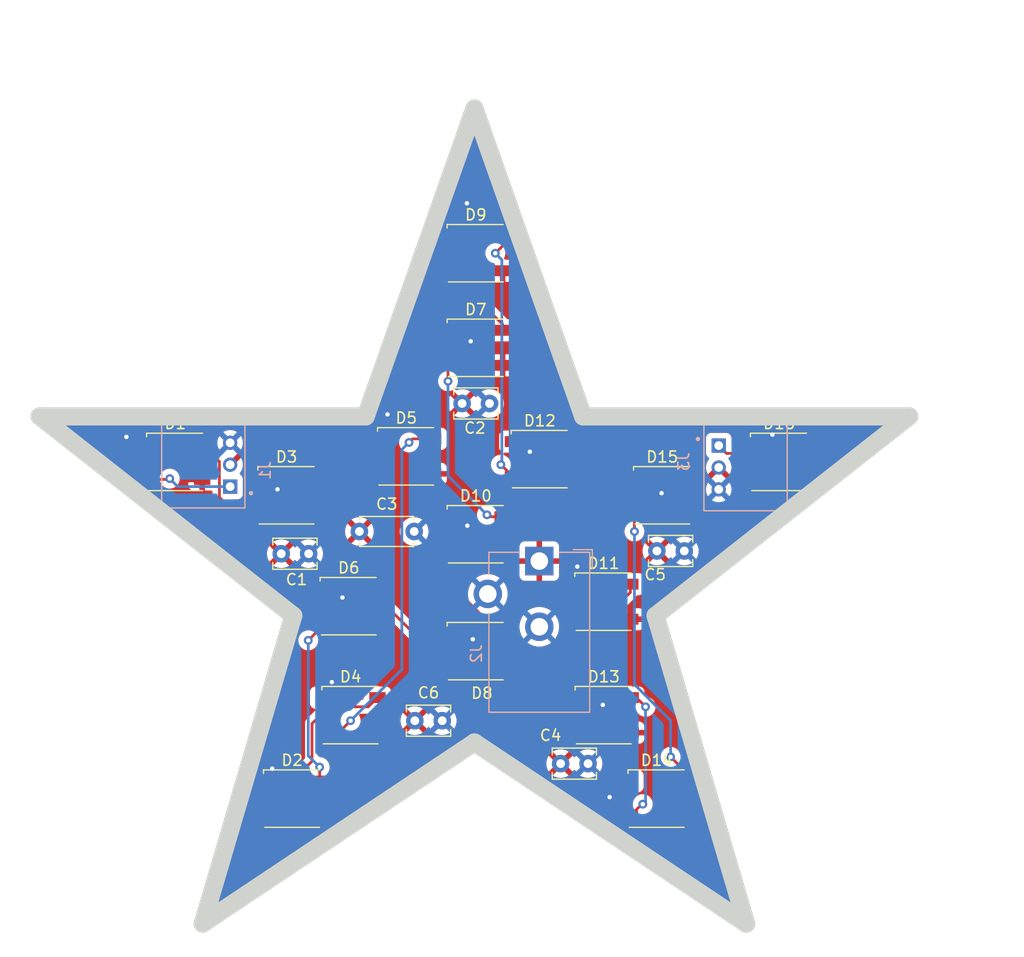
<source format=kicad_pcb>
(kicad_pcb (version 20211014) (generator pcbnew)
  (layers (0 "F.Cu" signal) (31 "B.Cu" signal) (34 "B.Paste" user) (35 "F.Paste" user) (36 "B.SilkS" user "B.Silkscreen") (37 "F.SilkS" user "F.Silkscreen") (38 "B.Mask" user) (39 "F.Mask" user) (44 "Edge.Cuts" user))
  (net 0 "")
  (net 1 "+5V")
  (net 2 "GND")
  (net 3 "Net-(D1-Pad2)")
  (net 4 "Net-(D2-Pad2)")
  (net 5 "Net-(D2-Pad4)")
  (net 6 "Net-(D3-Pad4)")
  (net 7 "Net-(D11-Pad2)")
  (net 8 "Net-(D10-Pad4)")
  (net 9 "Net-(D13-Pad4)")
  (net 10 "Net-(D15-Pad2)")
  (net 11 "Net-(D3-Pad2)")
  (net 12 "Net-(D4-Pad2)")
  (net 13 "Net-(D8-Pad2)")
  (net 14 "Net-(D9-Pad2)")
  (net 15 "Net-(D8-Pad4)")
  (net 16 "Net-(D12-Pad2)")
  (net 17 "Net-(D15-Pad4)")
  (net 18 "Net-(D16-Pad4)")
  (net 19 "Net-(D11-Pad4)")
  (footprint "Capacitor_THT:C_Disc_D3.8mm_W2.6mm_P2.50mm" (layer "F.Cu") (at 103.906 72.898)
    (fp_text reference "C5" (at -0.156 2.162) (layer "F.SilkS"))
    (fp_text value ".1uF")
    (fp_line (start -0.77 -1.42) (end 3.27 -1.42) (layer "F.SilkS") (width 0.12))
    (fp_line (start 3.27 -1.42) (end 3.27 -0.795) (layer "F.SilkS") (width 0.12))
    (fp_line (start -0.77 0.795) (end -0.77 1.42) (layer "F.SilkS") (width 0.12))
    (fp_line (start -0.77 -1.42) (end -0.77 -0.795) (layer "F.SilkS") (width 0.12))
    (fp_line (start -0.77 1.42) (end 3.27 1.42) (layer "F.SilkS") (width 0.12))
    (fp_line (start 3.27 0.795) (end 3.27 1.42) (layer "F.SilkS") (width 0.12))
    (pad "1" thru_hole circle (at 0 0) (size 1.6 1.6) (drill 0.8) (layers *.Cu *.Mask) (net 1 "+5V"))
    (pad "2" thru_hole circle (at 2.5 0) (size 1.6 1.6) (drill 0.8) (layers *.Cu *.Mask) (net 2 "GND"))
  )
  (footprint "LED_SMD:LED_Inolux_IN-PI554FCH_PLCC4_5.0x5.0mm_P3.2mm" (layer "F.Cu") (at 81.026 64.262)
    (fp_text reference "D5" (at 0 -3.5) (layer "F.SilkS"))
    (fp_text value "Inolux_IN-PI554FCH")
    (fp_line (start -2.5 2.62) (end 2.5 2.62) (layer "F.SilkS") (width 0.12))
    (fp_line (start -2.62 -2.3) (end -2.62 -2.62) (layer "F.SilkS") (width 0.12))
    (fp_line (start -2.62 -2.62) (end 2.5 -2.62) (layer "F.SilkS") (width 0.12))
    (pad "1" smd rect (at -2.45 -1.6) (size 1.5 1) (layers "F.Cu" "F.Paste" "F.Mask") (net 2 "GND"))
    (pad "2" smd rect (at -2.45 1.6) (size 1.5 1) (layers "F.Cu" "F.Paste" "F.Mask") (net 6 "Net-(D3-Pad4)"))
    (pad "3" smd rect (at 2.45 1.6) (size 1.5 1) (layers "F.Cu" "F.Paste" "F.Mask") (net 1 "+5V"))
    (pad "4" smd rect (at 2.45 -1.6) (size 1.5 1) (layers "F.Cu" "F.Paste" "F.Mask") (net 12 "Net-(D4-Pad2)"))
  )
  (footprint "LED_SMD:LED_Inolux_IN-PI554FCH_PLCC4_5.0x5.0mm_P3.2mm" (layer "F.Cu") (at 75.78 77.94)
    (fp_text reference "D6" (at 0 -3.5) (layer "F.SilkS"))
    (fp_text value "Inolux_IN-PI554FCH")
    (fp_line (start -2.5 2.62) (end 2.5 2.62) (layer "F.SilkS") (width 0.12))
    (fp_line (start -2.62 -2.3) (end -2.62 -2.62) (layer "F.SilkS") (width 0.12))
    (fp_line (start -2.62 -2.62) (end 2.5 -2.62) (layer "F.SilkS") (width 0.12))
    (pad "1" smd rect (at -2.45 -1.6) (size 1.5 1) (layers "F.Cu" "F.Paste" "F.Mask") (net 2 "GND"))
    (pad "2" smd rect (at -2.45 1.6) (size 1.5 1) (layers "F.Cu" "F.Paste" "F.Mask") (net 5 "Net-(D2-Pad4)"))
    (pad "3" smd rect (at 2.45 1.6) (size 1.5 1) (layers "F.Cu" "F.Paste" "F.Mask") (net 1 "+5V"))
    (pad "4" smd rect (at 2.45 -1.6) (size 1.5 1) (layers "F.Cu" "F.Paste" "F.Mask") (net 13 "Net-(D8-Pad2)"))
  )
  (footprint "LED_SMD:LED_Inolux_IN-PI554FCH_PLCC4_5.0x5.0mm_P3.2mm" (layer "F.Cu") (at 99.06 87.884)
    (fp_text reference "D13" (at 0 -3.5) (layer "F.SilkS"))
    (fp_text value "Inolux_IN-PI554FCH")
    (fp_line (start -2.5 2.62) (end 2.5 2.62) (layer "F.SilkS") (width 0.12))
    (fp_line (start -2.62 -2.3) (end -2.62 -2.62) (layer "F.SilkS") (width 0.12))
    (fp_line (start -2.62 -2.62) (end 2.5 -2.62) (layer "F.SilkS") (width 0.12))
    (pad "1" smd rect (at -2.45 -1.6) (size 1.5 1) (layers "F.Cu" "F.Paste" "F.Mask") (net 2 "GND"))
    (pad "2" smd rect (at -2.45 1.6) (size 1.5 1) (layers "F.Cu" "F.Paste" "F.Mask") (net 19 "Net-(D11-Pad4)"))
    (pad "3" smd rect (at 2.45 1.6) (size 1.5 1) (layers "F.Cu" "F.Paste" "F.Mask") (net 1 "+5V"))
    (pad "4" smd rect (at 2.45 -1.6) (size 1.5 1) (layers "F.Cu" "F.Paste" "F.Mask") (net 9 "Net-(D13-Pad4)"))
  )
  (footprint "Capacitor_THT:C_Disc_D4.7mm_W2.5mm_P5.00mm" (layer "F.Cu") (at 76.748 71.12)
    (fp_text reference "C3" (at 2.5 -2.5) (layer "F.SilkS"))
    (fp_text value "10uF")
    (fp_line (start 4.97 1.055) (end 4.97 1.37) (layer "F.SilkS") (width 0.12))
    (fp_line (start 0.03 1.37) (end 4.97 1.37) (layer "F.SilkS") (width 0.12))
    (fp_line (start 4.97 -1.37) (end 4.97 -1.055) (layer "F.SilkS") (width 0.12))
    (fp_line (start 0.03 1.055) (end 0.03 1.37) (layer "F.SilkS") (width 0.12))
    (fp_line (start 0.03 -1.37) (end 0.03 -1.055) (layer "F.SilkS") (width 0.12))
    (fp_line (start 0.03 -1.37) (end 4.97 -1.37) (layer "F.SilkS") (width 0.12))
    (pad "1" thru_hole circle (at 0 0) (size 1.6 1.6) (drill 0.8) (layers *.Cu *.Mask) (net 1 "+5V"))
    (pad "2" thru_hole circle (at 5 0) (size 1.6 1.6) (drill 0.8) (layers *.Cu *.Mask) (net 2 "GND"))
  )
  (footprint "LED_SMD:LED_Inolux_IN-PI554FCH_PLCC4_5.0x5.0mm_P3.2mm" (layer "F.Cu") (at 59.944 64.77)
    (fp_text reference "D1" (at 0 -3.5) (layer "F.SilkS"))
    (fp_text value "Inolux_IN-PI554FCH")
    (fp_line (start -2.62 -2.3) (end -2.62 -2.62) (layer "F.SilkS") (width 0.12))
    (fp_line (start -2.5 2.62) (end 2.5 2.62) (layer "F.SilkS") (width 0.12))
    (fp_line (start -2.62 -2.62) (end 2.5 -2.62) (layer "F.SilkS") (width 0.12))
    (pad "1" smd rect (at -2.45 -1.6) (size 1.5 1) (layers "F.Cu" "F.Paste" "F.Mask") (net 2 "GND"))
    (pad "2" smd rect (at -2.45 1.6) (size 1.5 1) (layers "F.Cu" "F.Paste" "F.Mask") (net 3 "Net-(D1-Pad2)"))
    (pad "3" smd rect (at 2.45 1.6) (size 1.5 1) (layers "F.Cu" "F.Paste" "F.Mask") (net 1 "+5V"))
    (pad "4" smd rect (at 2.45 -1.6) (size 1.5 1) (layers "F.Cu" "F.Paste" "F.Mask") (net 11 "Net-(D3-Pad2)"))
  )
  (footprint "LED_SMD:LED_Inolux_IN-PI554FCH_PLCC4_5.0x5.0mm_P3.2mm" (layer "F.Cu") (at 93.218 64.516)
    (fp_text reference "D12" (at 0 -3.5) (layer "F.SilkS"))
    (fp_text value "Inolux_IN-PI554FCH")
    (fp_line (start -2.5 2.62) (end 2.5 2.62) (layer "F.SilkS") (width 0.12))
    (fp_line (start -2.62 -2.62) (end 2.5 -2.62) (layer "F.SilkS") (width 0.12))
    (fp_line (start -2.62 -2.3) (end -2.62 -2.62) (layer "F.SilkS") (width 0.12))
    (pad "1" smd rect (at -2.45 -1.6) (size 1.5 1) (layers "F.Cu" "F.Paste" "F.Mask") (net 2 "GND"))
    (pad "2" smd rect (at -2.45 1.6) (size 1.5 1) (layers "F.Cu" "F.Paste" "F.Mask") (net 16 "Net-(D12-Pad2)"))
    (pad "3" smd rect (at 2.45 1.6) (size 1.5 1) (layers "F.Cu" "F.Paste" "F.Mask") (net 1 "+5V"))
    (pad "4" smd rect (at 2.45 -1.6) (size 1.5 1) (layers "F.Cu" "F.Paste" "F.Mask") (net 7 "Net-(D11-Pad2)"))
  )
  (footprint "Capacitor_THT:C_Disc_D3.8mm_W2.6mm_P2.50mm" (layer "F.Cu") (at 95.12 92.31)
    (fp_text reference "C4" (at -0.92 -2.58) (layer "F.SilkS"))
    (fp_text value ".1uF")
    (fp_line (start -0.77 0.795) (end -0.77 1.42) (layer "F.SilkS") (width 0.12))
    (fp_line (start 3.27 -1.42) (end 3.27 -0.795) (layer "F.SilkS") (width 0.12))
    (fp_line (start -0.77 1.42) (end 3.27 1.42) (layer "F.SilkS") (width 0.12))
    (fp_line (start -0.77 -1.42) (end -0.77 -0.795) (layer "F.SilkS") (width 0.12))
    (fp_line (start 3.27 0.795) (end 3.27 1.42) (layer "F.SilkS") (width 0.12))
    (fp_line (start -0.77 -1.42) (end 3.27 -1.42) (layer "F.SilkS") (width 0.12))
    (pad "1" thru_hole circle (at 0 0) (size 1.6 1.6) (drill 0.8) (layers *.Cu *.Mask) (net 1 "+5V"))
    (pad "2" thru_hole circle (at 2.5 0) (size 1.6 1.6) (drill 0.8) (layers *.Cu *.Mask) (net 2 "GND"))
  )
  (footprint "Capacitor_THT:C_Disc_D3.8mm_W2.6mm_P2.50mm" (layer "F.Cu") (at 86.126 59.436)
    (fp_text reference "C2" (at 1.164 2.244) (layer "F.SilkS"))
    (fp_text value ".1uF")
    (fp_line (start 3.27 0.795) (end 3.27 1.42) (layer "F.SilkS") (width 0.12))
    (fp_line (start -0.77 1.42) (end 3.27 1.42) (layer "F.SilkS") (width 0.12))
    (fp_line (start -0.77 0.795) (end -0.77 1.42) (layer "F.SilkS") (width 0.12))
    (fp_line (start -0.77 -1.42) (end 3.27 -1.42) (layer "F.SilkS") (width 0.12))
    (fp_line (start 3.27 -1.42) (end 3.27 -0.795) (layer "F.SilkS") (width 0.12))
    (fp_line (start -0.77 -1.42) (end -0.77 -0.795) (layer "F.SilkS") (width 0.12))
    (pad "1" thru_hole circle (at 0 0) (size 1.6 1.6) (drill 0.8) (layers *.Cu *.Mask) (net 1 "+5V"))
    (pad "2" thru_hole circle (at 2.5 0) (size 1.6 1.6) (drill 0.8) (layers *.Cu *.Mask) (net 2 "GND"))
  )
  (footprint "LED_SMD:LED_Inolux_IN-PI554FCH_PLCC4_5.0x5.0mm_P3.2mm" (layer "F.Cu") (at 87.376 82.042)
    (fp_text reference "D8" (at 0.564 3.838) (layer "F.SilkS"))
    (fp_text value "Inolux_IN-PI554FCH")
    (fp_line (start -2.5 2.62) (end 2.5 2.62) (layer "F.SilkS") (width 0.12))
    (fp_line (start -2.62 -2.62) (end 2.5 -2.62) (layer "F.SilkS") (width 0.12))
    (fp_line (start -2.62 -2.3) (end -2.62 -2.62) (layer "F.SilkS") (width 0.12))
    (pad "1" smd rect (at -2.45 -1.6) (size 1.5 1) (layers "F.Cu" "F.Paste" "F.Mask") (net 2 "GND"))
    (pad "2" smd rect (at -2.45 1.6) (size 1.5 1) (layers "F.Cu" "F.Paste" "F.Mask") (net 13 "Net-(D8-Pad2)"))
    (pad "3" smd rect (at 2.45 1.6) (size 1.5 1) (layers "F.Cu" "F.Paste" "F.Mask") (net 1 "+5V"))
    (pad "4" smd rect (at 2.45 -1.6) (size 1.5 1) (layers "F.Cu" "F.Paste" "F.Mask") (net 15 "Net-(D8-Pad4)"))
  )
  (footprint "LED_SMD:LED_Inolux_IN-PI554FCH_PLCC4_5.0x5.0mm_P3.2mm" (layer "F.Cu") (at 87.376 45.72)
    (fp_text reference "D9" (at 0 -3.5) (layer "F.SilkS"))
    (fp_text value "Inolux_IN-PI554FCH")
    (fp_line (start -2.62 -2.62) (end 2.5 -2.62) (layer "F.SilkS") (width 0.12))
    (fp_line (start -2.62 -2.3) (end -2.62 -2.62) (layer "F.SilkS") (width 0.12))
    (fp_line (start -2.5 2.62) (end 2.5 2.62) (layer "F.SilkS") (width 0.12))
    (pad "1" smd rect (at -2.45 -1.6) (size 1.5 1) (layers "F.Cu" "F.Paste" "F.Mask") (net 2 "GND"))
    (pad "2" smd rect (at -2.45 1.6) (size 1.5 1) (layers "F.Cu" "F.Paste" "F.Mask") (net 14 "Net-(D9-Pad2)"))
    (pad "3" smd rect (at 2.45 1.6) (size 1.5 1) (layers "F.Cu" "F.Paste" "F.Mask") (net 1 "+5V"))
    (pad "4" smd rect (at 2.45 -1.6) (size 1.5 1) (layers "F.Cu" "F.Paste" "F.Mask") (net 16 "Net-(D12-Pad2)"))
  )
  (footprint "LED_SMD:LED_Inolux_IN-PI554FCH_PLCC4_5.0x5.0mm_P3.2mm" (layer "F.Cu") (at 70.104 67.818)
    (fp_text reference "D3" (at 0 -3.5) (layer "F.SilkS"))
    (fp_text value "Inolux_IN-PI554FCH")
    (fp_line (start -2.5 2.62) (end 2.5 2.62) (layer "F.SilkS") (width 0.12))
    (fp_line (start -2.62 -2.3) (end -2.62 -2.62) (layer "F.SilkS") (width 0.12))
    (fp_line (start -2.62 -2.62) (end 2.5 -2.62) (layer "F.SilkS") (width 0.12))
    (pad "1" smd rect (at -2.45 -1.6) (size 1.5 1) (layers "F.Cu" "F.Paste" "F.Mask") (net 2 "GND"))
    (pad "2" smd rect (at -2.45 1.6) (size 1.5 1) (layers "F.Cu" "F.Paste" "F.Mask") (net 11 "Net-(D3-Pad2)"))
    (pad "3" smd rect (at 2.45 1.6) (size 1.5 1) (layers "F.Cu" "F.Paste" "F.Mask") (net 1 "+5V"))
    (pad "4" smd rect (at 2.45 -1.6) (size 1.5 1) (layers "F.Cu" "F.Paste" "F.Mask") (net 6 "Net-(D3-Pad4)"))
  )
  (footprint "Capacitor_THT:C_Disc_D3.8mm_W2.6mm_P2.50mm" (layer "F.Cu") (at 69.616 73.152)
    (fp_text reference "C1" (at 1.394 2.358) (layer "F.SilkS"))
    (fp_text value ".1uF")
    (fp_line (start 3.27 0.795) (end 3.27 1.42) (layer "F.SilkS") (width 0.12))
    (fp_line (start -0.77 -1.42) (end 3.27 -1.42) (layer "F.SilkS") (width 0.12))
    (fp_line (start -0.77 1.42) (end 3.27 1.42) (layer "F.SilkS") (width 0.12))
    (fp_line (start -0.77 0.795) (end -0.77 1.42) (layer "F.SilkS") (width 0.12))
    (fp_line (start -0.77 -1.42) (end -0.77 -0.795) (layer "F.SilkS") (width 0.12))
    (fp_line (start 3.27 -1.42) (end 3.27 -0.795) (layer "F.SilkS") (width 0.12))
    (pad "1" thru_hole circle (at 0 0) (size 1.6 1.6) (drill 0.8) (layers *.Cu *.Mask) (net 1 "+5V"))
    (pad "2" thru_hole circle (at 2.5 0) (size 1.6 1.6) (drill 0.8) (layers *.Cu *.Mask) (net 2 "GND"))
  )
  (footprint "LED_SMD:LED_Inolux_IN-PI554FCH_PLCC4_5.0x5.0mm_P3.2mm" (layer "F.Cu") (at 75.946 87.884)
    (fp_text reference "D4" (at 0 -3.5) (layer "F.SilkS"))
    (fp_text value "Inolux_IN-PI554FCH")
    (fp_line (start -2.5 2.62) (end 2.5 2.62) (layer "F.SilkS") (width 0.12))
    (fp_line (start -2.62 -2.3) (end -2.62 -2.62) (layer "F.SilkS") (width 0.12))
    (fp_line (start -2.62 -2.62) (end 2.5 -2.62) (layer "F.SilkS") (width 0.12))
    (pad "1" smd rect (at -2.45 -1.6) (size 1.5 1) (layers "F.Cu" "F.Paste" "F.Mask") (net 2 "GND"))
    (pad "2" smd rect (at -2.45 1.6) (size 1.5 1) (layers "F.Cu" "F.Paste" "F.Mask") (net 12 "Net-(D4-Pad2)"))
    (pad "3" smd rect (at 2.45 1.6) (size 1.5 1) (layers "F.Cu" "F.Paste" "F.Mask") (net 1 "+5V"))
    (pad "4" smd rect (at 2.45 -1.6) (size 1.5 1) (layers "F.Cu" "F.Paste" "F.Mask") (net 4 "Net-(D2-Pad2)"))
  )
  (footprint "LED_SMD:LED_Inolux_IN-PI554FCH_PLCC4_5.0x5.0mm_P3.2mm" (layer "F.Cu") (at 115.062 64.77)
    (fp_text reference "D16" (at 0 -3.5) (layer "F.SilkS"))
    (fp_text value "Inolux_IN-PI554FCH")
    (fp_line (start -2.62 -2.62) (end 2.5 -2.62) (layer "F.SilkS") (width 0.12))
    (fp_line (start -2.5 2.62) (end 2.5 2.62) (layer "F.SilkS") (width 0.12))
    (fp_line (start -2.62 -2.3) (end -2.62 -2.62) (layer "F.SilkS") (width 0.12))
    (pad "1" smd rect (at -2.45 -1.6) (size 1.5 1) (layers "F.Cu" "F.Paste" "F.Mask") (net 2 "GND"))
    (pad "2" smd rect (at -2.45 1.6) (size 1.5 1) (layers "F.Cu" "F.Paste" "F.Mask") (net 17 "Net-(D15-Pad4)"))
    (pad "3" smd rect (at 2.45 1.6) (size 1.5 1) (layers "F.Cu" "F.Paste" "F.Mask") (net 1 "+5V"))
    (pad "4" smd rect (at 2.45 -1.6) (size 1.5 1) (layers "F.Cu" "F.Paste" "F.Mask") (net 18 "Net-(D16-Pad4)"))
  )
  (footprint "LED_SMD:LED_Inolux_IN-PI554FCH_PLCC4_5.0x5.0mm_P3.2mm" (layer "F.Cu") (at 70.612 95.504)
    (fp_text reference "D2" (at 0 -3.5) (layer "F.SilkS"))
    (fp_text value "Inolux_IN-PI554FCH")
    (fp_line (start -2.62 -2.3) (end -2.62 -2.62) (layer "F.SilkS") (width 0.12))
    (fp_line (start -2.5 2.62) (end 2.5 2.62) (layer "F.SilkS") (width 0.12))
    (fp_line (start -2.62 -2.62) (end 2.5 -2.62) (layer "F.SilkS") (width 0.12))
    (pad "1" smd rect (at -2.45 -1.6) (size 1.5 1) (layers "F.Cu" "F.Paste" "F.Mask") (net 2 "GND"))
    (pad "2" smd rect (at -2.45 1.6) (size 1.5 1) (layers "F.Cu" "F.Paste" "F.Mask") (net 4 "Net-(D2-Pad2)"))
    (pad "3" smd rect (at 2.45 1.6) (size 1.5 1) (layers "F.Cu" "F.Paste" "F.Mask") (net 1 "+5V"))
    (pad "4" smd rect (at 2.45 -1.6) (size 1.5 1) (layers "F.Cu" "F.Paste" "F.Mask") (net 5 "Net-(D2-Pad4)"))
  )
  (footprint "LED_SMD:LED_Inolux_IN-PI554FCH_PLCC4_5.0x5.0mm_P3.2mm" (layer "F.Cu") (at 99.03 77.53)
    (fp_text reference "D11" (at 0 -3.5) (layer "F.SilkS"))
    (fp_text value "Inolux_IN-PI554FCH")
    (fp_line (start -2.62 -2.3) (end -2.62 -2.62) (layer "F.SilkS") (width 0.12))
    (fp_line (start -2.5 2.62) (end 2.5 2.62) (layer "F.SilkS") (width 0.12))
    (fp_line (start -2.62 -2.62) (end 2.5 -2.62) (layer "F.SilkS") (width 0.12))
    (pad "1" smd rect (at -2.45 -1.6) (size 1.5 1) (layers "F.Cu" "F.Paste" "F.Mask") (net 2 "GND"))
    (pad "2" smd rect (at -2.45 1.6) (size 1.5 1) (layers "F.Cu" "F.Paste" "F.Mask") (net 7 "Net-(D11-Pad2)"))
    (pad "3" smd rect (at 2.45 1.6) (size 1.5 1) (layers "F.Cu" "F.Paste" "F.Mask") (net 1 "+5V"))
    (pad "4" smd rect (at 2.45 -1.6) (size 1.5 1) (layers "F.Cu" "F.Paste" "F.Mask") (net 19 "Net-(D11-Pad4)"))
  )
  (footprint "Capacitor_THT:C_Disc_D3.8mm_W2.6mm_P2.50mm" (layer "F.Cu") (at 81.808 88.392)
    (fp_text reference "C6" (at 1.25 -2.55) (layer "F.SilkS"))
    (fp_text value ".1uF")
    (fp_line (start -0.77 -1.42) (end -0.77 -0.795) (layer "F.SilkS") (width 0.12))
    (fp_line (start -0.77 -1.42) (end 3.27 -1.42) (layer "F.SilkS") (width 0.12))
    (fp_line (start 3.27 0.795) (end 3.27 1.42) (layer "F.SilkS") (width 0.12))
    (fp_line (start 3.27 -1.42) (end 3.27 -0.795) (layer "F.SilkS") (width 0.12))
    (fp_line (start -0.77 1.42) (end 3.27 1.42) (layer "F.SilkS") (width 0.12))
    (fp_line (start -0.77 0.795) (end -0.77 1.42) (layer "F.SilkS") (width 0.12))
    (pad "1" thru_hole circle (at 0 0) (size 1.6 1.6) (drill 0.8) (layers *.Cu *.Mask) (net 1 "+5V"))
    (pad "2" thru_hole circle (at 2.5 0) (size 1.6 1.6) (drill 0.8) (layers *.Cu *.Mask) (net 2 "GND"))
  )
  (footprint "LED_SMD:LED_Inolux_IN-PI554FCH_PLCC4_5.0x5.0mm_P3.2mm" (layer "F.Cu") (at 87.376 71.374)
    (fp_text reference "D10" (at 0 -3.5) (layer "F.SilkS"))
    (fp_text value "Inolux_IN-PI554FCH")
    (fp_line (start -2.62 -2.3) (end -2.62 -2.62) (layer "F.SilkS") (width 0.12))
    (fp_line (start -2.62 -2.62) (end 2.5 -2.62) (layer "F.SilkS") (width 0.12))
    (fp_line (start -2.5 2.62) (end 2.5 2.62) (layer "F.SilkS") (width 0.12))
    (pad "1" smd rect (at -2.45 -1.6) (size 1.5 1) (layers "F.Cu" "F.Paste" "F.Mask") (net 2 "GND"))
    (pad "2" smd rect (at -2.45 1.6) (size 1.5 1) (layers "F.Cu" "F.Paste" "F.Mask") (net 15 "Net-(D8-Pad4)"))
    (pad "3" smd rect (at 2.45 1.6) (size 1.5 1) (layers "F.Cu" "F.Paste" "F.Mask") (net 1 "+5V"))
    (pad "4" smd rect (at 2.45 -1.6) (size 1.5 1) (layers "F.Cu" "F.Paste" "F.Mask") (net 8 "Net-(D10-Pad4)"))
  )
  (footprint "LED_SMD:LED_Inolux_IN-PI554FCH_PLCC4_5.0x5.0mm_P3.2mm" (layer "F.Cu") (at 87.376 54.356)
    (fp_text reference "D7" (at 0 -3.5) (layer "F.SilkS"))
    (fp_text value "Inolux_IN-PI554FCH")
    (fp_line (start -2.5 2.62) (end 2.5 2.62) (layer "F.SilkS") (width 0.12))
    (fp_line (start -2.62 -2.62) (end 2.5 -2.62) (layer "F.SilkS") (width 0.12))
    (fp_line (start -2.62 -2.3) (end -2.62 -2.62) (layer "F.SilkS") (width 0.12))
    (pad "1" smd rect (at -2.45 -1.6) (size 1.5 1) (layers "F.Cu" "F.Paste" "F.Mask") (net 2 "GND"))
    (pad "2" smd rect (at -2.45 1.6) (size 1.5 1) (layers "F.Cu" "F.Paste" "F.Mask") (net 8 "Net-(D10-Pad4)"))
    (pad "3" smd rect (at 2.45 1.6) (size 1.5 1) (layers "F.Cu" "F.Paste" "F.Mask") (net 1 "+5V"))
    (pad "4" smd rect (at 2.45 -1.6) (size 1.5 1) (layers "F.Cu" "F.Paste" "F.Mask") (net 14 "Net-(D9-Pad2)"))
  )
  (footprint "LED_SMD:LED_Inolux_IN-PI554FCH_PLCC4_5.0x5.0mm_P3.2mm" (layer "F.Cu") (at 103.886 95.504)
    (fp_text reference "D14" (at 0 -3.5) (layer "F.SilkS"))
    (fp_text value "Inolux_IN-PI554FCH")
    (fp_line (start -2.62 -2.62) (end 2.5 -2.62) (layer "F.SilkS") (width 0.12))
    (fp_line (start -2.5 2.62) (end 2.5 2.62) (layer "F.SilkS") (width 0.12))
    (fp_line (start -2.62 -2.3) (end -2.62 -2.62) (layer "F.SilkS") (width 0.12))
    (pad "1" smd rect (at -2.45 -1.6) (size 1.5 1) (layers "F.Cu" "F.Paste" "F.Mask") (net 2 "GND"))
    (pad "2" smd rect (at -2.45 1.6) (size 1.5 1) (layers "F.Cu" "F.Paste" "F.Mask") (net 9 "Net-(D13-Pad4)"))
    (pad "3" smd rect (at 2.45 1.6) (size 1.5 1) (layers "F.Cu" "F.Paste" "F.Mask") (net 1 "+5V"))
    (pad "4" smd rect (at 2.45 -1.6) (size 1.5 1) (layers "F.Cu" "F.Paste" "F.Mask") (net 10 "Net-(D15-Pad2)"))
  )
  (footprint "LED_SMD:LED_Inolux_IN-PI554FCH_PLCC4_5.0x5.0mm_P3.2mm" (layer "F.Cu") (at 104.394 67.818)
    (fp_text reference "D15" (at 0 -3.5) (layer "F.SilkS"))
    (fp_text value "Inolux_IN-PI554FCH")
    (fp_line (start -2.62 -2.3) (end -2.62 -2.62) (layer "F.SilkS") (width 0.12))
    (fp_line (start -2.5 2.62) (end 2.5 2.62) (layer "F.SilkS") (width 0.12))
    (fp_line (start -2.62 -2.62) (end 2.5 -2.62) (layer "F.SilkS") (width 0.12))
    (pad "1" smd rect (at -2.45 -1.6) (size 1.5 1) (layers "F.Cu" "F.Paste" "F.Mask") (net 2 "GND"))
    (pad "2" smd rect (at -2.45 1.6) (size 1.5 1) (layers "F.Cu" "F.Paste" "F.Mask") (net 10 "Net-(D15-Pad2)"))
    (pad "3" smd rect (at 2.45 1.6) (size 1.5 1) (layers "F.Cu" "F.Paste" "F.Mask") (net 1 "+5V"))
    (pad "4" smd rect (at 2.45 -1.6) (size 1.5 1) (layers "F.Cu" "F.Paste" "F.Mask") (net 17 "Net-(D15-Pad4)"))
  )
  (footprint "Connector_BarrelJack:BarrelJack_CUI_PJ-102AH_Horizontal" (layer "B.Cu") (at 93.17 73.82 180)
    (fp_text reference "J2" (at 5.75 -8.45 90) (layer "B.SilkS") (effects (justify mirror)))
    (fp_text value "Barrel_Jack_Switch")
    (fp_line (start -4.6 -13.8) (end -4.6 0.8) (layer "B.SilkS") (width 0.12))
    (fp_line (start 4.6 0.8) (end 4.6 -1.2) (layer "B.SilkS") (width 0.12))
    (fp_line (start 4.6 -4.8) (end 4.6 -13.8) (layer "B.SilkS") (width 0.12))
    (fp_line (start -4.6 0.8) (end -1.8 0.8) (layer "B.SilkS") (width 0.12))
    (fp_line (start -4.84 1.04) (end -3.1 1.04) (layer "B.SilkS") (width 0.12))
    (fp_line (start -4.84 -0.7) (end -4.84 1.04) (layer "B.SilkS") (width 0.12))
    (fp_line (start 1.8 0.8) (end 4.6 0.8) (layer "B.SilkS") (width 0.12))
    (fp_line (start 4.6 -13.8) (end -4.6 -13.8) (layer "B.SilkS") (width 0.12))
    (pad "1" thru_hole rect (at 0 0 180) (size 2.6 2.6) (drill 1.6) (layers *.Cu *.Mask) (net 1 "+5V"))
    (pad "2" thru_hole circle (at 0 -6 180) (size 2.6 2.6) (drill 1.6) (layers *.Cu *.Mask) (net 2 "GND"))
    (pad "3" thru_hole circle (at 4.7 -3 180) (size 2.6 2.6) (drill 1.6) (layers *.Cu *.Mask) (net 2 "GND"))
  )
  (footprint "User Footprints:JST_S3B-PH-K-S(LF)(SN)" (layer "B.Cu") (at 64.9505 67.024 90)
    (fp_text reference "J1" (at 1.474225 3.188995 90) (layer "B.SilkS") (effects (font (size 1.000339 1.000339)) (justify mirror)))
    (fp_text value "S3B-PH-K-S(LF)(SN)")
    (fp_line (start -1.95 -6.25) (end 5.95 -6.25) (layer "B.SilkS") (width 0.127))
    (fp_line (start -1.95 1.35) (end -1.95 -6.25) (layer "B.SilkS") (width 0.127))
    (fp_line (start 5.95 -6.25) (end 5.95 1.35) (layer "B.SilkS") (width 0.127))
    (fp_line (start 5.95 1.35) (end -1.95 1.35) (layer "B.SilkS") (width 0.127))
    (fp_circle (center -0.6 1.9) (end -0.5 1.9) (layer "B.SilkS") (width 0.2) (fill none))
    (pad "1" thru_hole rect locked (at 0 0 90) (size 1.308 1.308) (drill 0.8) (layers *.Cu *.Mask) (net 3 "Net-(D1-Pad2)"))
    (pad "2" thru_hole circle locked (at 2 0 90) (size 1.308 1.308) (drill 0.8) (layers *.Cu *.Mask) (net 1 "+5V"))
    (pad "3" thru_hole circle locked (at 4 0 90) (size 1.308 1.308) (drill 0.8) (layers *.Cu *.Mask) (net 2 "GND"))
  )
  (footprint "User Footprints:JST_S3B-PH-K-S(LF)(SN)" (layer "B.Cu") (at 109.5475 63.278 -90)
    (fp_text reference "J3" (at 1.474225 3.188995 90) (layer "B.SilkS") (effects (font (size 1.000339 1.000339)) (justify mirror)))
    (fp_text value "S3B-PH-K-S(LF)(SN)")
    (fp_line (start -1.95 -6.25) (end 5.95 -6.25) (layer "B.SilkS") (width 0.127))
    (fp_line (start 5.95 1.35) (end -1.95 1.35) (layer "B.SilkS") (width 0.127))
    (fp_line (start -1.95 1.35) (end -1.95 -6.25) (layer "B.SilkS") (width 0.127))
    (fp_line (start 5.95 -6.25) (end 5.95 1.35) (layer "B.SilkS") (width 0.127))
    (fp_circle (center -0.6 1.9) (end -0.5 1.9) (layer "B.SilkS") (width 0.2) (fill none))
    (pad "1" thru_hole rect locked (at 0 0 270) (size 1.308 1.308) (drill 0.8) (layers *.Cu *.Mask) (net 18 "Net-(D16-Pad4)"))
    (pad "2" thru_hole circle locked (at 2 0 270) (size 1.308 1.308) (drill 0.8) (layers *.Cu *.Mask) (net 1 "+5V"))
    (pad "3" thru_hole circle locked (at 4 0 270) (size 1.308 1.308) (drill 0.8) (layers *.Cu *.Mask) (net 2 "GND"))
  )
  (gr_line (start 126.937499 60.61495) (end 126.937499 60.61495) (layer "Edge.Cuts") (width 1.653645))
  (gr_line (start 62.445314 106.91703) (end 62.445314 106.91703) (layer "Edge.Cuts") (width 1.653645))
  (gr_line (start 112.054686 106.91703) (end 87.249999 90.380575) (layer "Edge.Cuts") (width 1.653645))
  (gr_line (start 47.562502 60.61495) (end 47.562502 60.61495) (layer "Edge.Cuts") (width 1.653645))
  (gr_line (start 87.249999 90.380575) (end 62.445314 106.91703) (layer "Edge.Cuts") (width 1.653645))
  (gr_line (start 77.328126 60.61495) (end 87.249999 32.502971) (layer "Edge.Cuts") (width 1.653645))
  (gr_line (start 87.249999 90.380575) (end 87.249999 90.380575) (layer "Edge.Cuts") (width 1.653645))
  (gr_line (start 62.445314 106.91703) (end 70.713544 78.805053) (layer "Edge.Cuts") (width 1.653645))
  (gr_line (start 70.713544 78.805053) (end 47.562502 60.61495) (layer "Edge.Cuts") (width 1.653645))
  (gr_line (start 112.054686 106.91703) (end 112.054686 106.91703) (layer "Edge.Cuts") (width 1.653645))
  (gr_line (start 97.171874 60.61495) (end 97.171874 60.61495) (layer "Edge.Cuts") (width 1.653645))
  (gr_line (start 47.562502 60.61495) (end 77.328126 60.61495) (layer "Edge.Cuts") (width 1.653645))
  (gr_line (start 103.786459 78.805053) (end 103.786459 78.805053) (layer "Edge.Cuts") (width 1.653645))
  (gr_line (start 103.786459 78.805053) (end 112.054686 106.91703) (layer "Edge.Cuts") (width 1.653645))
  (gr_line (start 87.249999 32.502971) (end 97.171874 60.61495) (layer "Edge.Cuts") (width 1.653645))
  (gr_line (start 70.713544 78.805053) (end 70.713544 78.805053) (layer "Edge.Cuts") (width 1.653645))
  (gr_line (start 126.937499 60.61495) (end 103.786459 78.805053) (layer "Edge.Cuts") (width 1.653645))
  (gr_line (start 97.171874 60.61495) (end 126.937499 60.61495) (layer "Edge.Cuts") (width 1.653645))
  (gr_line (start 77.328126 60.61495) (end 77.328126 60.61495) (layer "Edge.Cuts") (width 1.653645))
  (segment (start 73.33 76.34) (end 74.39 76.34) (width 0.25) (layer "F.Cu") (net 2))
  (segment (start 91.386 62.916) (end 92.31 63.84) (width 0.25) (layer "F.Cu") (net 2))
  (segment (start 68.162 93.904) (end 68.162 93.398) (width 0.25) (layer "F.Cu") (net 2))
  (segment (start 86.582 80.442) (end 87.1 80.96) (width 0.25) (layer "F.Cu") (net 2))
  (segment (start 101.944 66.218) (end 102.928 66.218) (width 0.25) (layer "F.Cu") (net 2))
  (segment (start 67.654 66.218) (end 68.218 66.218) (width 0.25) (layer "F.Cu") (net 2))
  (segment (start 102.928 66.218) (end 104.33 67.62) (width 0.25) (layer "F.Cu") (net 2))
  (segment (start 73.496 86.284) (end 73.496 85.604) (width 0.25) (layer "F.Cu") (net 2))
  (segment (start 84.926 52.756) (end 85.906 52.756) (width 0.25) (layer "F.Cu") (net 2))
  (segment (start 85.906 52.756) (end 86.91 53.76) (width 0.25) (layer "F.Cu") (net 2))
  (segment (start 101.056 93.904) (end 99.59 95.37) (width 0.25) (layer "F.Cu") (net 2))
  (segment (start 68.218 66.218) (end 69.27 67.27) (width 0.25) (layer "F.Cu") (net 2))
  (segment (start 85.784 69.774) (end 86.6 70.59) (width 0.25) (layer "F.Cu") (net 2))
  (segment (start 74.39 76.34) (end 75.2 77.15) (width 0.25) (layer "F.Cu") (net 2))
  (segment (start 101.436 93.904) (end 101.056 93.904) (width 0.25) (layer "F.Cu") (net 2))
  (segment (start 73.496 85.604) (end 74.23 84.87) (width 0.25) (layer "F.Cu") (net 2))
  (segment (start 96.61 86.284) (end 98.304 86.284) (width 0.25) (layer "F.Cu") (net 2))
  (segment (start 98.304 86.284) (end 98.97 86.95) (width 0.25) (layer "F.Cu") (net 2))
  (segment (start 113.56 63.17) (end 114.45 62.28) (width 0.25) (layer "F.Cu") (net 2))
  (segment (start 78.576 62.662) (end 78.576 61.164) (width 0.25) (layer "F.Cu") (net 2))
  (segment (start 96.58 75.93) (end 96.58 74.39) (width 0.25) (layer "F.Cu") (net 2))
  (segment (start 84.926 44.12) (end 84.926 42.794) (width 0.25) (layer "F.Cu") (net 2))
  (segment (start 112.612 63.17) (end 113.56 63.17) (width 0.25) (layer "F.Cu") (net 2))
  (segment (start 68.162 93.398) (end 68.79 92.77) (width 0.25) (layer "F.Cu") (net 2))
  (segment (start 78.576 61.164) (end 79.31 60.43) (width 0.25) (layer "F.Cu") (net 2))
  (segment (start 57.494 63.17) (end 56.16 63.17) (width 0.25) (layer "F.Cu") (net 2))
  (segment (start 84.926 42.794) (end 86.56 41.16) (width 0.25) (layer "F.Cu") (net 2))
  (segment (start 90.768 62.916) (end 91.386 62.916) (width 0.25) (layer "F.Cu") (net 2))
  (segment (start 84.926 80.442) (end 86.582 80.442) (width 0.25) (layer "F.Cu") (net 2))
  (segment (start 84.926 69.774) (end 85.784 69.774) (width 0.25) (layer "F.Cu") (net 2))
  (segment (start 96.58 74.39) (end 96.64 74.33) (width 0.25) (layer "F.Cu") (net 2))
  (segment (start 56.16 63.17) (end 55.48 62.49) (width 0.25) (layer "F.Cu") (net 2))
  (via (at 75.2 77.15) (size 0.8) (drill 0.4) (layers "F.Cu" "B.Cu") (net 2))
  (via (at 69.27 67.27) (size 0.8) (drill 0.4) (layers "F.Cu" "B.Cu") (net 2))
  (via (at 86.56 41.16) (size 0.8) (drill 0.4) (layers "F.Cu" "B.Cu") (net 2))
  (via (at 68.79 92.77) (size 0.8) (drill 0.4) (layers "F.Cu" "B.Cu") (net 2))
  (via (at 74.23 84.87) (size 0.8) (drill 0.4) (layers "F.Cu" "B.Cu") (net 2))
  (via (at 92.31 63.84) (size 0.8) (drill 0.4) (layers "F.Cu" "B.Cu") (net 2))
  (via (at 114.45 62.28) (size 0.8) (drill 0.4) (layers "F.Cu" "B.Cu") (net 2))
  (via (at 79.31 60.43) (size 0.8) (drill 0.4) (layers "F.Cu" "B.Cu") (net 2))
  (via (at 87.1 80.96) (size 0.8) (drill 0.4) (layers "F.Cu" "B.Cu") (net 2))
  (via (at 99.59 95.37) (size 0.8) (drill 0.4) (layers "F.Cu" "B.Cu") (net 2))
  (via (at 55.48 62.49) (size 0.8) (drill 0.4) (layers "F.Cu" "B.Cu") (net 2))
  (via (at 96.64 74.33) (size 0.8) (drill 0.4) (layers "F.Cu" "B.Cu") (net 2))
  (via (at 86.91 53.76) (size 0.8) (drill 0.4) (layers "F.Cu" "B.Cu") (net 2))
  (via (at 98.97 86.95) (size 0.8) (drill 0.4) (layers "F.Cu" "B.Cu") (net 2))
  (via (at 86.6 70.59) (size 0.8) (drill 0.4) (layers "F.Cu" "B.Cu") (net 2))
  (via (at 104.33 67.62) (size 0.8) (drill 0.4) (layers "F.Cu" "B.Cu") (net 2))
  (segment (start 57.494 66.37) (end 59.36 66.37) (width 0.25) (layer "F.Cu") (net 3))
  (segment (start 59.36 66.37) (end 59.436 66.294) (width 0.25) (layer "F.Cu") (net 3))
  (via (at 59.436 66.294) (size 0.8) (drill 0.4) (layers "F.Cu" "B.Cu") (net 3))
  (segment (start 59.436 66.294) (end 60.166 67.024) (width 0.25) (layer "B.Cu") (net 3))
  (segment (start 60.166 67.024) (end 64.9505 67.024) (width 0.25) (layer "B.Cu") (net 3))
  (segment (start 73.958 87.122) (end 77.558 87.122) (width 0.25) (layer "F.Cu") (net 4))
  (segment (start 68.162 96.354) (end 72.421 92.095) (width 0.25) (layer "F.Cu") (net 4))
  (segment (start 72.421 88.659) (end 73.958 87.122) (width 0.25) (layer "F.Cu") (net 4))
  (segment (start 68.162 97.104) (end 68.162 96.354) (width 0.25) (layer "F.Cu") (net 4))
  (segment (start 77.558 87.122) (end 78.396 86.284) (width 0.25) (layer "F.Cu") (net 4))
  (segment (start 72.421 92.095) (end 72.421 88.659) (width 0.25) (layer "F.Cu") (net 4))
  (segment (start 73.33 79.54) (end 73.33 79.81) (width 0.25) (layer "F.Cu") (net 5))
  (segment (start 73.12 92.63) (end 73.12 93.846) (width 0.25) (layer "F.Cu") (net 5))
  (segment (start 73.12 93.846) (end 73.062 93.904) (width 0.25) (layer "F.Cu") (net 5))
  (segment (start 73.33 79.81) (end 72.08 81.06) (width 0.25) (layer "F.Cu") (net 5))
  (via (at 72.08 81.06) (size 0.8) (drill 0.4) (layers "F.Cu" "B.Cu") (net 5))
  (via (at 73.12 92.63) (size 0.8) (drill 0.4) (layers "F.Cu" "B.Cu") (net 5))
  (segment (start 72.08 81.06) (end 72.08 91.59) (width 0.25) (layer "B.Cu") (net 5))
  (segment (start 72.08 91.59) (end 73.12 92.63) (width 0.25) (layer "B.Cu") (net 5))
  (segment (start 72.554 66.218) (end 78.22 66.218) (width 0.25) (layer "F.Cu") (net 6))
  (segment (start 78.22 66.218) (end 78.576 65.862) (width 0.25) (layer "F.Cu") (net 6))
  (segment (start 96.58 77.83) (end 97.655 76.755) (width 0.25) (layer "F.Cu") (net 7))
  (segment (start 97.655 76.755) (end 97.655 64.903) (width 0.25) (layer "F.Cu") (net 7))
  (segment (start 97.655 64.903) (end 95.668 62.916) (width 0.25) (layer "F.Cu") (net 7))
  (segment (start 96.58 79.13) (end 96.58 77.83) (width 0.25) (layer "F.Cu") (net 7))
  (segment (start 84.836 56.046) (end 84.926 55.956) (width 0.25) (layer "F.Cu") (net 8))
  (segment (start 89.826 69.774) (end 88.57 69.774) (width 0.25) (layer "F.Cu") (net 8))
  (segment (start 84.836 57.404) (end 84.836 56.046) (width 0.25) (layer "F.Cu") (net 8))
  (segment (start 88.57 69.774) (end 88.392 69.596) (width 0.25) (layer "F.Cu") (net 8))
  (via (at 88.392 69.596) (size 0.8) (drill 0.4) (layers "F.Cu" "B.Cu") (net 8))
  (via (at 84.836 57.404) (size 0.8) (drill 0.4) (layers "F.Cu" "B.Cu") (net 8))
  (segment (start 84.836 66.04) (end 84.836 57.404) (width 0.25) (layer "B.Cu") (net 8))
  (segment (start 88.392 69.596) (end 84.836 66.04) (width 0.25) (layer "B.Cu") (net 8))
  (segment (start 101.51 86.284) (end 102.032 86.284) (width 0.25) (layer "F.Cu") (net 9))
  (segment (start 102.032 86.284) (end 102.87 87.122) (width 0.25) (layer "F.Cu") (net 9))
  (segment (start 102.528 96.012) (end 101.436 97.104) (width 0.25) (layer "F.Cu") (net 9))
  (segment (start 102.616 96.012) (end 102.528 96.012) (width 0.25) (layer "F.Cu") (net 9))
  (via (at 102.87 87.122) (size 0.8) (drill 0.4) (layers "F.Cu" "B.Cu") (net 9))
  (via (at 102.616 96.012) (size 0.8) (drill 0.4) (layers "F.Cu" "B.Cu") (net 9))
  (segment (start 102.87 95.758) (end 102.616 96.012) (width 0.25) (layer "B.Cu") (net 9))
  (segment (start 102.87 87.122) (end 102.87 95.758) (width 0.25) (layer "B.Cu") (net 9))
  (segment (start 106.336 92.874) (end 105.156 91.694) (width 0.25) (layer "F.Cu") (net 10))
  (segment (start 101.854 71.12) (end 101.854 69.508) (width 0.25) (layer "F.Cu") (net 10))
  (segment (start 106.336 93.904) (end 106.336 92.874) (width 0.25) (layer "F.Cu") (net 10))
  (segment (start 101.854 69.508) (end 101.944 69.418) (width 0.25) (layer "F.Cu") (net 10))
  (via (at 105.156 91.694) (size 0.8) (drill 0.4) (layers "F.Cu" "B.Cu") (net 10))
  (via (at 101.854 71.12) (size 0.8) (drill 0.4) (layers "F.Cu" "B.Cu") (net 10))
  (segment (start 105.156 91.694) (end 105.156 88.382695) (width 0.25) (layer "B.Cu") (net 10))
  (segment (start 101.854 85.080695) (end 101.854 71.12) (width 0.25) (layer "B.Cu") (net 10))
  (segment (start 105.156 88.382695) (end 101.854 85.080695) (width 0.25) (layer "B.Cu") (net 10))
  (segment (start 63.9715 64.7475) (end 63.9715 68.003) (width 0.25) (layer "F.Cu") (net 11))
  (segment (start 63.9715 68.003) (end 65.3865 69.418) (width 0.25) (layer "F.Cu") (net 11))
  (segment (start 62.394 63.17) (end 63.9715 64.7475) (width 0.25) (layer "F.Cu") (net 11))
  (segment (start 65.3865 69.418) (end 67.654 69.418) (width 0.25) (layer "F.Cu") (net 11))
  (segment (start 83.476 62.662) (end 81.61 62.662) (width 0.25) (layer "F.Cu") (net 12))
  (segment (start 81.61 62.662) (end 81.28 62.992) (width 0.25) (layer "F.Cu") (net 12))
  (segment (start 75.946 88.392) (end 74.854 89.484) (width 0.25) (layer "F.Cu") (net 12))
  (segment (start 74.854 89.484) (end 73.496 89.484) (width 0.25) (layer "F.Cu") (net 12))
  (via (at 75.946 88.392) (size 0.8) (drill 0.4) (layers "F.Cu" "B.Cu") (net 12))
  (via (at 81.28 62.992) (size 0.8) (drill 0.4) (layers "F.Cu" "B.Cu") (net 12))
  (segment (start 81.28 62.992) (end 80.623 63.649) (width 0.25) (layer "B.Cu") (net 12))
  (segment (start 80.623 83.715) (end 75.946 88.392) (width 0.25) (layer "B.Cu") (net 12))
  (segment (start 80.623 63.649) (end 80.623 83.715) (width 0.25) (layer "B.Cu") (net 12))
  (segment (start 78.23 76.34) (end 78.23 76.946) (width 0.25) (layer "F.Cu") (net 13))
  (segment (start 78.23 76.946) (end 84.926 83.642) (width 0.25) (layer "F.Cu") (net 13))
  (segment (start 89.826 52.22) (end 84.926 47.32) (width 0.25) (layer "F.Cu") (net 14))
  (segment (start 89.826 52.756) (end 89.826 52.22) (width 0.25) (layer "F.Cu") (net 14))
  (segment (start 89.576 80.442) (end 84.926 75.792) (width 0.25) (layer "F.Cu") (net 15))
  (segment (start 89.826 80.442) (end 89.576 80.442) (width 0.25) (layer "F.Cu") (net 15))
  (segment (start 84.926 75.792) (end 84.926 72.974) (width 0.25) (layer "F.Cu") (net 15))
  (segment (start 89.826 45.048) (end 89.154 45.72) (width 0.25) (layer "F.Cu") (net 16))
  (segment (start 89.662 65.024) (end 89.676 65.024) (width 0.25) (layer "F.Cu") (net 16))
  (segment (start 89.676 65.024) (end 90.768 66.116) (width 0.25) (layer "F.Cu") (net 16))
  (segment (start 89.826 44.12) (end 89.826 45.048) (width 0.25) (layer "F.Cu") (net 16))
  (via (at 89.154 45.72) (size 0.8) (drill 0.4) (layers "F.Cu" "B.Cu") (net 16))
  (via (at 89.662 65.024) (size 0.8) (drill 0.4) (layers "F.Cu" "B.Cu") (net 16))
  (segment (start 89.751 46.317) (end 89.751 64.935) (width 0.25) (layer "B.Cu") (net 16))
  (segment (start 89.751 64.935) (end 89.662 65.024) (width 0.25) (layer "B.Cu") (net 16))
  (segment (start 89.154 45.72) (end 89.751 46.317) (width 0.25) (layer "B.Cu") (net 16))
  (segment (start 106.844 66.712) (end 109.22 69.088) (width 0.25) (layer "F.Cu") (net 17))
  (segment (start 109.22 69.088) (end 109.894 69.088) (width 0.25) (layer "F.Cu") (net 17))
  (segment (start 109.894 69.088) (end 112.612 66.37) (width 0.25) (layer "F.Cu") (net 17))
  (segment (start 106.844 66.218) (end 106.844 66.712) (width 0.25) (layer "F.Cu") (net 17))
  (segment (start 110.2645 63.995) (end 109.5475 63.278) (width 0.25) (layer "F.Cu") (net 18))
  (segment (start 117.512 63.17) (end 116.687 63.995) (width 0.25) (layer "F.Cu") (net 18))
  (segment (start 116.687 63.995) (end 110.2645 63.995) (width 0.25) (layer "F.Cu") (net 18))
  (segment (start 95.535 88.409) (end 96.61 89.484) (width 0.25) (layer "F.Cu") (net 19))
  (segment (start 95.535 82.625) (end 95.535 88.409) (width 0.25) (layer "F.Cu") (net 19))
  (segment (start 101.48 75.93) (end 101.48 76.68) (width 0.25) (layer "F.Cu") (net 19))
  (segment (start 101.48 76.68) (end 95.535 82.625) (width 0.25) (layer "F.Cu") (net 19))
  (zone (net 1) (net_name "+5V") (layer "F.Cu") (connect_pads (clearance 0.508)) (min_thickness 0.254) (fill yes (thermal_gap 0.508) (thermal_bridge_width 0.508))
    (polygon (pts (xy 137.414 109.982) (xy 44.45 109.474) (xy 43.942 23.368) (xy 137.16 22.86)))
  )
  (zone (net 2) (net_name "GND") (layer "B.Cu") (connect_pads (clearance 0.508)) (min_thickness 0.254) (fill yes (thermal_gap 0.508) (thermal_bridge_width 0.508))
    (polygon (pts (xy 137.16 109.22) (xy 44.958 109.22) (xy 44.196 23.368) (xy 137.16 22.606)))
  )
)
</source>
